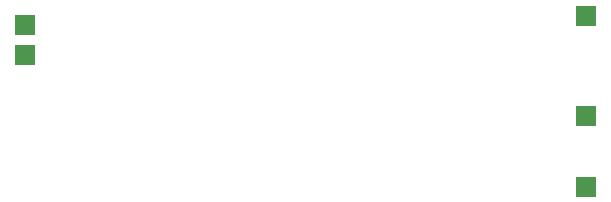
<source format=gbs>
%TF.GenerationSoftware,KiCad,Pcbnew,5.1.6*%
%TF.CreationDate,2020-09-24T12:30:59+09:00*%
%TF.ProjectId,circuit-2,63697263-7569-4742-9d32-2e6b69636164,rev?*%
%TF.SameCoordinates,Original*%
%TF.FileFunction,Soldermask,Bot*%
%TF.FilePolarity,Negative*%
%FSLAX46Y46*%
G04 Gerber Fmt 4.6, Leading zero omitted, Abs format (unit mm)*
G04 Created by KiCad (PCBNEW 5.1.6) date 2020-09-24 12:30:59*
%MOMM*%
%LPD*%
G01*
G04 APERTURE LIST*
%ADD10R,1.800000X1.800000*%
G04 APERTURE END LIST*
D10*
%TO.C,Q0*%
X97536000Y-57023000D03*
%TD*%
%TO.C,Q1*%
X97536000Y-62992000D03*
%TD*%
%TO.C,Vcc*%
X50038000Y-49276000D03*
%TD*%
%TO.C,Clock*%
X97536000Y-48514000D03*
%TD*%
%TO.C,GND*%
X50038000Y-51816000D03*
%TD*%
M02*

</source>
